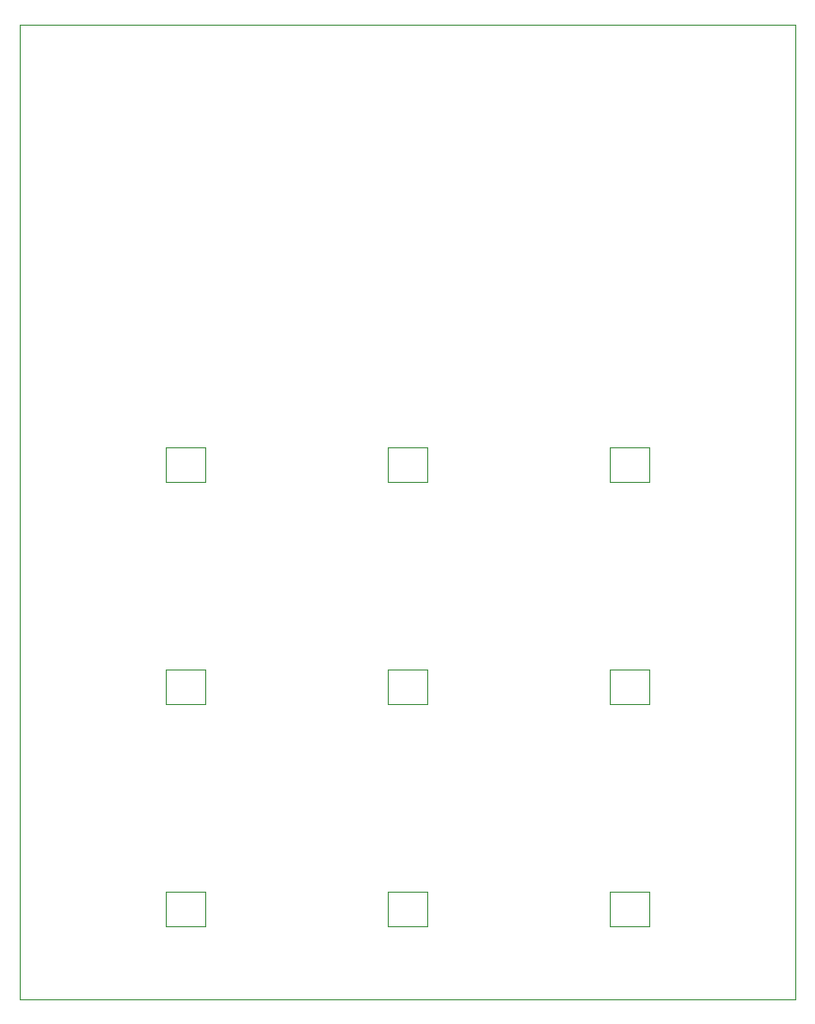
<source format=gm1>
%TF.GenerationSoftware,KiCad,Pcbnew,(6.0.0)*%
%TF.CreationDate,2023-01-21T20:16:48-08:00*%
%TF.ProjectId,keyboard_eval,6b657962-6f61-4726-945f-6576616c2e6b,rev?*%
%TF.SameCoordinates,Original*%
%TF.FileFunction,Profile,NP*%
%FSLAX46Y46*%
G04 Gerber Fmt 4.6, Leading zero omitted, Abs format (unit mm)*
G04 Created by KiCad (PCBNEW (6.0.0)) date 2023-01-21 20:16:48*
%MOMM*%
%LPD*%
G01*
G04 APERTURE LIST*
%TA.AperFunction,Profile*%
%ADD10C,0.100000*%
%TD*%
%TA.AperFunction,Profile*%
%ADD11C,0.120000*%
%TD*%
G04 APERTURE END LIST*
D10*
X35800000Y-17750000D02*
X102300000Y-17750000D01*
X102300000Y-17750000D02*
X102300000Y-101300000D01*
X102300000Y-101300000D02*
X35800000Y-101300000D01*
X35800000Y-101300000D02*
X35800000Y-17750000D01*
D11*
%TO.C,S7*%
X48300000Y-95100000D02*
X48300000Y-92100000D01*
X51700000Y-95100000D02*
X48300000Y-95100000D01*
X48300000Y-92100000D02*
X51700000Y-92100000D01*
X51700000Y-92100000D02*
X51700000Y-95100000D01*
%TO.C,S5*%
X70750000Y-73050000D02*
X70750000Y-76050000D01*
X67350000Y-76050000D02*
X67350000Y-73050000D01*
X67350000Y-73050000D02*
X70750000Y-73050000D01*
X70750000Y-76050000D02*
X67350000Y-76050000D01*
%TO.C,S4*%
X51700000Y-73050000D02*
X51700000Y-76050000D01*
X48300000Y-76050000D02*
X48300000Y-73050000D01*
X48300000Y-73050000D02*
X51700000Y-73050000D01*
X51700000Y-76050000D02*
X48300000Y-76050000D01*
%TO.C,S3*%
X89800000Y-54000000D02*
X89800000Y-57000000D01*
X86400000Y-57000000D02*
X86400000Y-54000000D01*
X89800000Y-57000000D02*
X86400000Y-57000000D01*
X86400000Y-54000000D02*
X89800000Y-54000000D01*
%TO.C,S2*%
X67350000Y-57000000D02*
X67350000Y-54000000D01*
X67350000Y-54000000D02*
X70750000Y-54000000D01*
X70750000Y-57000000D02*
X67350000Y-57000000D01*
X70750000Y-54000000D02*
X70750000Y-57000000D01*
%TO.C,S9*%
X86400000Y-95100000D02*
X86400000Y-92100000D01*
X89800000Y-92100000D02*
X89800000Y-95100000D01*
X86400000Y-92100000D02*
X89800000Y-92100000D01*
X89800000Y-95100000D02*
X86400000Y-95100000D01*
%TO.C,S1*%
X48300000Y-54000000D02*
X51700000Y-54000000D01*
X51700000Y-57000000D02*
X48300000Y-57000000D01*
X51700000Y-54000000D02*
X51700000Y-57000000D01*
X48300000Y-57000000D02*
X48300000Y-54000000D01*
%TO.C,S6*%
X89800000Y-76050000D02*
X86400000Y-76050000D01*
X89800000Y-73050000D02*
X89800000Y-76050000D01*
X86400000Y-73050000D02*
X89800000Y-73050000D01*
X86400000Y-76050000D02*
X86400000Y-73050000D01*
%TO.C,S8*%
X67350000Y-92100000D02*
X70750000Y-92100000D01*
X67350000Y-95100000D02*
X67350000Y-92100000D01*
X70750000Y-95100000D02*
X67350000Y-95100000D01*
X70750000Y-92100000D02*
X70750000Y-95100000D01*
%TD*%
M02*

</source>
